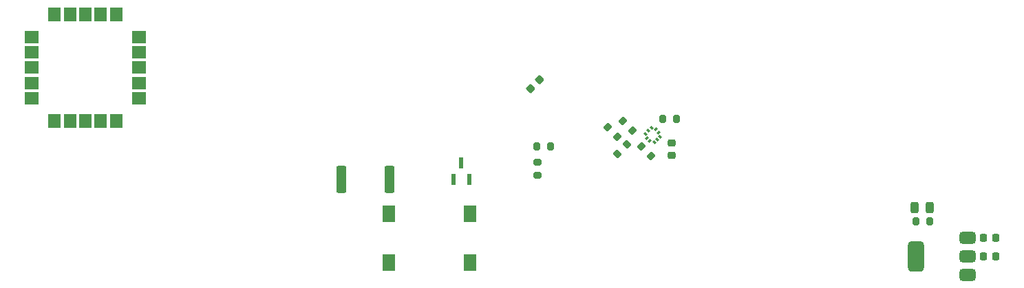
<source format=gtp>
%TF.GenerationSoftware,KiCad,Pcbnew,9.0.5*%
%TF.CreationDate,2026-01-21T19:05:33-06:00*%
%TF.ProjectId,Elysium_2026_ACB,456c7973-6975-46d5-9f32-3032365f4143,rev?*%
%TF.SameCoordinates,Original*%
%TF.FileFunction,Paste,Top*%
%TF.FilePolarity,Positive*%
%FSLAX46Y46*%
G04 Gerber Fmt 4.6, Leading zero omitted, Abs format (unit mm)*
G04 Created by KiCad (PCBNEW 9.0.5) date 2026-01-21 19:05:33*
%MOMM*%
%LPD*%
G01*
G04 APERTURE LIST*
G04 Aperture macros list*
%AMRoundRect*
0 Rectangle with rounded corners*
0 $1 Rounding radius*
0 $2 $3 $4 $5 $6 $7 $8 $9 X,Y pos of 4 corners*
0 Add a 4 corners polygon primitive as box body*
4,1,4,$2,$3,$4,$5,$6,$7,$8,$9,$2,$3,0*
0 Add four circle primitives for the rounded corners*
1,1,$1+$1,$2,$3*
1,1,$1+$1,$4,$5*
1,1,$1+$1,$6,$7*
1,1,$1+$1,$8,$9*
0 Add four rect primitives between the rounded corners*
20,1,$1+$1,$2,$3,$4,$5,0*
20,1,$1+$1,$4,$5,$6,$7,0*
20,1,$1+$1,$6,$7,$8,$9,0*
20,1,$1+$1,$8,$9,$2,$3,0*%
G04 Aperture macros list end*
%ADD10R,1.600000X2.100000*%
%ADD11R,1.803400X1.498600*%
%ADD12R,1.498600X1.803400*%
%ADD13RoundRect,0.250000X0.362500X1.425000X-0.362500X1.425000X-0.362500X-1.425000X0.362500X-1.425000X0*%
%ADD14RoundRect,0.225000X0.017678X-0.335876X0.335876X-0.017678X-0.017678X0.335876X-0.335876X0.017678X0*%
%ADD15RoundRect,0.243750X-0.243750X-0.456250X0.243750X-0.456250X0.243750X0.456250X-0.243750X0.456250X0*%
%ADD16RoundRect,0.200000X0.335876X0.053033X0.053033X0.335876X-0.335876X-0.053033X-0.053033X-0.335876X0*%
%ADD17RoundRect,0.200000X-0.335876X-0.053033X-0.053033X-0.335876X0.335876X0.053033X0.053033X0.335876X0*%
%ADD18RoundRect,0.225000X-0.225000X-0.250000X0.225000X-0.250000X0.225000X0.250000X-0.225000X0.250000X0*%
%ADD19RoundRect,0.375000X0.625000X0.375000X-0.625000X0.375000X-0.625000X-0.375000X0.625000X-0.375000X0*%
%ADD20RoundRect,0.500000X0.500000X1.400000X-0.500000X1.400000X-0.500000X-1.400000X0.500000X-1.400000X0*%
%ADD21RoundRect,0.225000X0.250000X-0.225000X0.250000X0.225000X-0.250000X0.225000X-0.250000X-0.225000X0*%
%ADD22RoundRect,0.200000X0.200000X0.275000X-0.200000X0.275000X-0.200000X-0.275000X0.200000X-0.275000X0*%
%ADD23R,0.558800X1.320800*%
%ADD24RoundRect,0.200000X-0.200000X-0.275000X0.200000X-0.275000X0.200000X0.275000X-0.200000X0.275000X0*%
%ADD25RoundRect,0.200000X-0.053033X0.335876X-0.335876X0.053033X0.053033X-0.335876X0.335876X-0.053033X0*%
%ADD26RoundRect,0.200000X-0.275000X0.200000X-0.275000X-0.200000X0.275000X-0.200000X0.275000X0.200000X0*%
%ADD27RoundRect,0.087500X0.026517X0.150260X-0.150260X-0.026517X-0.026517X-0.150260X0.150260X0.026517X0*%
%ADD28RoundRect,0.087500X-0.026517X0.150260X-0.150260X0.026517X0.026517X-0.150260X0.150260X-0.026517X0*%
G04 APERTURE END LIST*
D10*
%TO.C,LS1*%
X123600000Y-101500000D03*
X133600000Y-101500000D03*
X123600000Y-95500000D03*
X133600000Y-95500000D03*
%TD*%
D11*
%TO.C,U11*%
X79649998Y-73700000D03*
X79649998Y-75600001D03*
X79649998Y-77500000D03*
X79649998Y-79399999D03*
X79649998Y-81300000D03*
D12*
X82450000Y-84100002D03*
X84350001Y-84100002D03*
X86250000Y-84100002D03*
X88149999Y-84100002D03*
X90050000Y-84100002D03*
D11*
X92850002Y-81300000D03*
X92850002Y-79399999D03*
X92850002Y-77500000D03*
X92850002Y-75600001D03*
X92850002Y-73700000D03*
D12*
X90050000Y-70899998D03*
X88149999Y-70899998D03*
X86250000Y-70899998D03*
X84350001Y-70899998D03*
X82450000Y-70899998D03*
%TD*%
D13*
%TO.C,R26*%
X123650000Y-91300000D03*
X117725000Y-91300000D03*
%TD*%
D14*
%TO.C,R20*%
X141000000Y-80100000D03*
X142096016Y-79003984D03*
%TD*%
D15*
%TO.C,D5*%
X188250000Y-94704963D03*
X190125002Y-94704963D03*
%TD*%
D16*
%TO.C,R2*%
X153516726Y-85216726D03*
X152350000Y-84050000D03*
%TD*%
D17*
%TO.C,R1*%
X154650000Y-87200000D03*
X155816726Y-88366726D03*
%TD*%
D18*
%TO.C,C44*%
X196749999Y-100754961D03*
X198299999Y-100754961D03*
%TD*%
D19*
%TO.C,U16*%
X194774999Y-103042461D03*
X194774998Y-100742461D03*
D20*
X188475000Y-100742461D03*
D19*
X194774999Y-98442461D03*
%TD*%
D21*
%TO.C,C42*%
X158350000Y-88300000D03*
X158350000Y-86750000D03*
%TD*%
D22*
%TO.C,R17*%
X143475000Y-87225000D03*
X141825000Y-87225000D03*
%TD*%
D18*
%TO.C,C43*%
X196749999Y-98454959D03*
X198299999Y-98454959D03*
%TD*%
D23*
%TO.C,Q2*%
X131549999Y-91291900D03*
X133450001Y-91291900D03*
X132500000Y-89261500D03*
%TD*%
D24*
%TO.C,R19*%
X157300000Y-83850000D03*
X158950000Y-83850000D03*
%TD*%
D22*
%TO.C,R21*%
X190125000Y-96404958D03*
X188475000Y-96404958D03*
%TD*%
D16*
%TO.C,R3*%
X151675000Y-85975000D03*
X150508274Y-84808274D03*
%TD*%
D25*
%TO.C,R31*%
X152900000Y-86950000D03*
X151733274Y-88116726D03*
%TD*%
D26*
%TO.C,R18*%
X141875002Y-89104500D03*
X141875002Y-90754500D03*
%TD*%
D27*
%TO.C,U14*%
X156788445Y-85462607D03*
X156434891Y-85109053D03*
D28*
X155886883Y-84932277D03*
X155533330Y-85285830D03*
X155179777Y-85639383D03*
D27*
X155356553Y-86187391D03*
X155710107Y-86540945D03*
D28*
X156258115Y-86717721D03*
X156611668Y-86364168D03*
X156965221Y-86010615D03*
%TD*%
M02*

</source>
